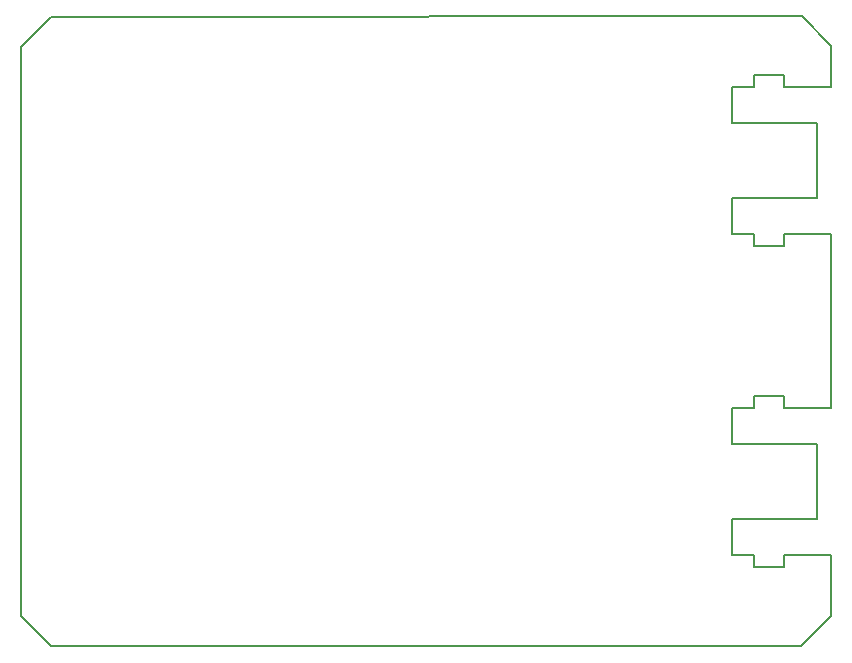
<source format=gbr>
%TF.GenerationSoftware,KiCad,Pcbnew,(6.0.0-0)*%
%TF.CreationDate,2022-08-30T21:51:56-06:00*%
%TF.ProjectId,FlippyControl,466c6970-7079-4436-9f6e-74726f6c2e6b,A*%
%TF.SameCoordinates,Original*%
%TF.FileFunction,Profile,NP*%
%FSLAX46Y46*%
G04 Gerber Fmt 4.6, Leading zero omitted, Abs format (unit mm)*
G04 Created by KiCad (PCBNEW (6.0.0-0)) date 2022-08-30 21:51:56*
%MOMM*%
%LPD*%
G01*
G04 APERTURE LIST*
%TA.AperFunction,Profile*%
%ADD10C,0.150000*%
%TD*%
G04 APERTURE END LIST*
D10*
X179632000Y-123765000D02*
X179632000Y-118638000D01*
X179608300Y-75515123D02*
X177128000Y-73025000D01*
X111028000Y-123780000D02*
X113568000Y-126350000D01*
X111028000Y-75650000D02*
X113568000Y-73080000D01*
X177038000Y-126365000D02*
X179632000Y-123765000D01*
X111028000Y-75650000D02*
X111028000Y-123780000D01*
X179608300Y-78992000D02*
X179608300Y-75515123D01*
X179632000Y-106192000D02*
X179608300Y-91438000D01*
X113568000Y-126350000D02*
X177038000Y-126365000D01*
X177128000Y-73025000D02*
X113568000Y-73080000D01*
%TO.C,J1*%
X171183300Y-88390000D02*
X178422300Y-88390000D01*
X171183300Y-82040000D02*
X178422300Y-82040000D01*
X173088300Y-92454000D02*
X175628300Y-92454000D01*
X175628300Y-91438000D02*
X179608300Y-91438000D01*
X173088300Y-78992000D02*
X171183300Y-78992000D01*
X175628300Y-91438000D02*
X175628300Y-92454000D01*
X173088300Y-91438000D02*
X171183300Y-91438000D01*
X175628300Y-78992000D02*
X179608300Y-78992000D01*
X178422300Y-82040000D02*
X178422300Y-88390000D01*
X171183300Y-78992000D02*
X171183300Y-82040000D01*
X173088300Y-92454000D02*
X173088300Y-91438000D01*
X175628300Y-77976000D02*
X175628300Y-78992000D01*
X173088300Y-78992000D02*
X173088300Y-77976000D01*
X173088300Y-77976000D02*
X175628300Y-77976000D01*
X171183300Y-88390000D02*
X171183300Y-91438000D01*
%TO.C,J2*%
X175652000Y-118638000D02*
X179632000Y-118638000D01*
X173112000Y-119654000D02*
X175652000Y-119654000D01*
X171207000Y-106192000D02*
X171207000Y-109240000D01*
X175652000Y-105176000D02*
X175652000Y-106192000D01*
X173112000Y-105176000D02*
X175652000Y-105176000D01*
X173112000Y-118638000D02*
X171207000Y-118638000D01*
X178446000Y-109240000D02*
X178446000Y-115590000D01*
X171207000Y-115590000D02*
X178446000Y-115590000D01*
X171207000Y-109240000D02*
X178446000Y-109240000D01*
X175652000Y-106192000D02*
X179632000Y-106192000D01*
X173112000Y-106192000D02*
X171207000Y-106192000D01*
X171207000Y-115590000D02*
X171207000Y-118638000D01*
X173112000Y-106192000D02*
X173112000Y-105176000D01*
X173112000Y-119654000D02*
X173112000Y-118638000D01*
X175652000Y-118638000D02*
X175652000Y-119654000D01*
%TD*%
M02*

</source>
